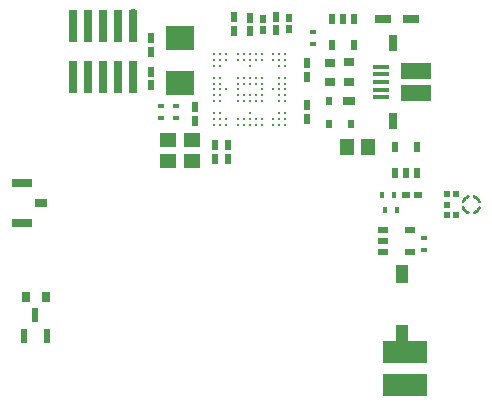
<source format=gtp>
G04*
G04 #@! TF.GenerationSoftware,Altium Limited,Altium Designer,20.1.10 (176)*
G04*
G04 Layer_Color=12040119*
%FSLAX25Y25*%
%MOIN*%
G70*
G04*
G04 #@! TF.SameCoordinates,5BC12612-045E-4FBA-96B6-5BC6791460FD*
G04*
G04*
G04 #@! TF.FilePolarity,Positive*
G04*
G01*
G75*
%ADD11C,0.01000*%
%ADD16R,0.01772X0.02165*%
%ADD17R,0.02055X0.02362*%
%ADD18C,0.01200*%
%ADD19R,0.02756X0.05610*%
%ADD20R,0.09843X0.05610*%
%ADD21R,0.05512X0.01575*%
%ADD22R,0.05512X0.04921*%
%ADD23R,0.04331X0.03150*%
%ADD24R,0.02362X0.02756*%
%ADD25R,0.02362X0.03347*%
%ADD26R,0.01968X0.02559*%
%ADD27R,0.09449X0.07874*%
%ADD28R,0.02900X0.11000*%
G04:AMPARAMS|DCode=29|XSize=29mil|YSize=110mil|CornerRadius=7.25mil|HoleSize=0mil|Usage=FLASHONLY|Rotation=180.000|XOffset=0mil|YOffset=0mil|HoleType=Round|Shape=RoundedRectangle|*
%AMROUNDEDRECTD29*
21,1,0.02900,0.09550,0,0,180.0*
21,1,0.01450,0.11000,0,0,180.0*
1,1,0.01450,-0.00725,0.04775*
1,1,0.01450,0.00725,0.04775*
1,1,0.01450,0.00725,-0.04775*
1,1,0.01450,-0.00725,-0.04775*
%
%ADD29ROUNDEDRECTD29*%
%ADD30R,0.05315X0.02756*%
%ADD31R,0.03347X0.02362*%
%ADD32R,0.02362X0.04724*%
%ADD33R,0.02756X0.03347*%
%ADD34R,0.03937X0.06299*%
%ADD35R,0.06693X0.03150*%
%ADD36R,0.02559X0.01968*%
%ADD37R,0.04921X0.05512*%
%ADD38R,0.03347X0.02756*%
%ADD39R,0.02165X0.01772*%
%ADD40R,0.15000X0.07500*%
D11*
X76559Y-72463D02*
G03*
X74823Y-70726I-2730J-994D01*
G01*
Y-76187D02*
G03*
X76559Y-74450I-994J2730D01*
G01*
X71099D02*
G03*
X72835Y-76187I2730J994D01*
G01*
Y-70726D02*
G03*
X71099Y-72463I994J-2730D01*
G01*
D16*
X48174Y-70126D02*
D03*
X44237D02*
D03*
X45232Y-75200D02*
D03*
X49169D02*
D03*
D17*
X65664Y-73457D02*
D03*
Y-69913D02*
D03*
X68900D02*
D03*
Y-77000D02*
D03*
X65664D02*
D03*
D18*
X11811Y-23189D02*
D03*
Y-25157D02*
D03*
Y-27126D02*
D03*
Y-31063D02*
D03*
Y-33031D02*
D03*
Y-35000D02*
D03*
Y-36968D02*
D03*
Y-38937D02*
D03*
Y-42874D02*
D03*
Y-44842D02*
D03*
Y-46811D02*
D03*
X9843Y-23189D02*
D03*
Y-25157D02*
D03*
Y-27126D02*
D03*
Y-31063D02*
D03*
Y-33031D02*
D03*
Y-35000D02*
D03*
Y-36968D02*
D03*
Y-38937D02*
D03*
Y-42874D02*
D03*
Y-44842D02*
D03*
Y-46811D02*
D03*
X7874Y-23189D02*
D03*
Y-25157D02*
D03*
Y-35000D02*
D03*
Y-44842D02*
D03*
Y-46811D02*
D03*
X3937Y-23189D02*
D03*
Y-25157D02*
D03*
Y-31063D02*
D03*
Y-33031D02*
D03*
Y-35000D02*
D03*
Y-36968D02*
D03*
Y-38937D02*
D03*
Y-44842D02*
D03*
Y-46811D02*
D03*
X1969Y-23189D02*
D03*
Y-25157D02*
D03*
Y-31063D02*
D03*
Y-33031D02*
D03*
Y-36968D02*
D03*
Y-38937D02*
D03*
Y-44842D02*
D03*
Y-46811D02*
D03*
X0Y-23189D02*
D03*
Y-25157D02*
D03*
Y-27126D02*
D03*
Y-31063D02*
D03*
Y-33031D02*
D03*
Y-36968D02*
D03*
Y-38937D02*
D03*
Y-42874D02*
D03*
Y-44842D02*
D03*
Y-46811D02*
D03*
X-1969Y-23189D02*
D03*
Y-25157D02*
D03*
Y-31063D02*
D03*
Y-33031D02*
D03*
Y-36968D02*
D03*
Y-38937D02*
D03*
Y-44842D02*
D03*
Y-46811D02*
D03*
X-3937Y-23189D02*
D03*
Y-25157D02*
D03*
Y-31063D02*
D03*
Y-33031D02*
D03*
Y-35000D02*
D03*
Y-36968D02*
D03*
Y-38937D02*
D03*
Y-44842D02*
D03*
Y-46811D02*
D03*
X-7874Y-23189D02*
D03*
Y-25157D02*
D03*
Y-35000D02*
D03*
Y-44842D02*
D03*
Y-46811D02*
D03*
X-9843Y-23189D02*
D03*
Y-25157D02*
D03*
Y-27126D02*
D03*
Y-31063D02*
D03*
Y-33031D02*
D03*
Y-35000D02*
D03*
Y-36968D02*
D03*
Y-38937D02*
D03*
Y-42874D02*
D03*
Y-44842D02*
D03*
Y-46811D02*
D03*
X-11811Y-23189D02*
D03*
Y-25157D02*
D03*
Y-27126D02*
D03*
Y-31063D02*
D03*
Y-33031D02*
D03*
Y-35000D02*
D03*
Y-36968D02*
D03*
Y-38937D02*
D03*
Y-42874D02*
D03*
Y-44842D02*
D03*
Y-46811D02*
D03*
D19*
X47653Y-19508D02*
D03*
Y-45492D02*
D03*
D20*
X55527Y-36289D02*
D03*
Y-28711D02*
D03*
D21*
X43657Y-32500D02*
D03*
Y-29941D02*
D03*
Y-27382D02*
D03*
Y-35059D02*
D03*
Y-37618D02*
D03*
D22*
X-19100Y-51955D02*
D03*
Y-58845D02*
D03*
X-27200D02*
D03*
Y-51955D02*
D03*
D23*
X33100Y-39000D02*
D03*
X-69504Y-73000D02*
D03*
D24*
X26400Y-39000D02*
D03*
Y-46480D02*
D03*
X33887D02*
D03*
D25*
X-32800Y-29036D02*
D03*
Y-33564D02*
D03*
X34740Y-20280D02*
D03*
X27260D02*
D03*
Y-11422D02*
D03*
X31000D02*
D03*
X34740D02*
D03*
X48260Y-62929D02*
D03*
X52000D02*
D03*
X55740D02*
D03*
Y-54071D02*
D03*
X48260D02*
D03*
X-7300Y-53536D02*
D03*
Y-58064D02*
D03*
X-11700Y-53536D02*
D03*
Y-58064D02*
D03*
X-18200Y-40936D02*
D03*
Y-45464D02*
D03*
X-5100Y-15414D02*
D03*
Y-10887D02*
D03*
X19000Y-40236D02*
D03*
Y-44764D02*
D03*
Y-30764D02*
D03*
Y-26236D02*
D03*
X8800Y-10736D02*
D03*
Y-15264D02*
D03*
X200Y-15564D02*
D03*
Y-11036D02*
D03*
X-32800Y-17936D02*
D03*
Y-22464D02*
D03*
D26*
X4300Y-15270D02*
D03*
Y-11530D02*
D03*
X13000Y-11130D02*
D03*
Y-14870D02*
D03*
D27*
X-23300Y-32780D02*
D03*
Y-17820D02*
D03*
D28*
X-58800Y-14000D02*
D03*
X-53800D02*
D03*
X-48800D02*
D03*
X-43800D02*
D03*
X-38800Y-31000D02*
D03*
X-43800D02*
D03*
X-48800D02*
D03*
X-53800D02*
D03*
X-58800D02*
D03*
D29*
X-38800Y-14000D02*
D03*
D30*
X44276Y-11636D02*
D03*
X53724D02*
D03*
D31*
X53429Y-81760D02*
D03*
Y-89240D02*
D03*
X44571D02*
D03*
Y-85500D02*
D03*
Y-81760D02*
D03*
D32*
X-71440Y-110113D02*
D03*
X-67700Y-117200D02*
D03*
X-75180D02*
D03*
D33*
X-74448Y-104200D02*
D03*
X-67952D02*
D03*
D34*
X50700Y-96600D02*
D03*
Y-116600D02*
D03*
D35*
X-76000Y-66307D02*
D03*
Y-79693D02*
D03*
D36*
X55970Y-70126D02*
D03*
X52230D02*
D03*
D37*
X32555Y-54100D02*
D03*
X39445D02*
D03*
D38*
X33100Y-32448D02*
D03*
Y-25952D02*
D03*
X26700Y-32548D02*
D03*
Y-26052D02*
D03*
D39*
X-24600Y-44469D02*
D03*
Y-40532D02*
D03*
X-29500Y-44568D02*
D03*
Y-40631D02*
D03*
X21000Y-15851D02*
D03*
Y-19788D02*
D03*
X58000Y-84563D02*
D03*
Y-88500D02*
D03*
D40*
X51644Y-133554D02*
D03*
X51800Y-122400D02*
D03*
M02*

</source>
